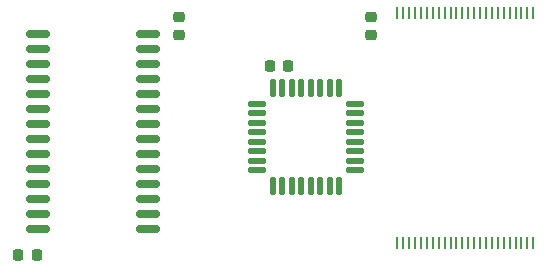
<source format=gbr>
%TF.GenerationSoftware,KiCad,Pcbnew,(6.0.2)*%
%TF.CreationDate,2022-03-22T22:46:16-04:00*%
%TF.ProjectId,MBC5_Short,4d424335-5f53-4686-9f72-742e6b696361,rev?*%
%TF.SameCoordinates,Original*%
%TF.FileFunction,Paste,Top*%
%TF.FilePolarity,Positive*%
%FSLAX46Y46*%
G04 Gerber Fmt 4.6, Leading zero omitted, Abs format (unit mm)*
G04 Created by KiCad (PCBNEW (6.0.2)) date 2022-03-22 22:46:16*
%MOMM*%
%LPD*%
G01*
G04 APERTURE LIST*
G04 Aperture macros list*
%AMRoundRect*
0 Rectangle with rounded corners*
0 $1 Rounding radius*
0 $2 $3 $4 $5 $6 $7 $8 $9 X,Y pos of 4 corners*
0 Add a 4 corners polygon primitive as box body*
4,1,4,$2,$3,$4,$5,$6,$7,$8,$9,$2,$3,0*
0 Add four circle primitives for the rounded corners*
1,1,$1+$1,$2,$3*
1,1,$1+$1,$4,$5*
1,1,$1+$1,$6,$7*
1,1,$1+$1,$8,$9*
0 Add four rect primitives between the rounded corners*
20,1,$1+$1,$2,$3,$4,$5,0*
20,1,$1+$1,$4,$5,$6,$7,0*
20,1,$1+$1,$6,$7,$8,$9,0*
20,1,$1+$1,$8,$9,$2,$3,0*%
G04 Aperture macros list end*
%ADD10R,0.250000X1.100000*%
%ADD11RoundRect,0.225000X-0.250000X0.225000X-0.250000X-0.225000X0.250000X-0.225000X0.250000X0.225000X0*%
%ADD12RoundRect,0.225000X-0.225000X-0.250000X0.225000X-0.250000X0.225000X0.250000X-0.225000X0.250000X0*%
%ADD13RoundRect,0.150000X-0.875000X-0.150000X0.875000X-0.150000X0.875000X0.150000X-0.875000X0.150000X0*%
%ADD14RoundRect,0.125000X0.125000X-0.625000X0.125000X0.625000X-0.125000X0.625000X-0.125000X-0.625000X0*%
%ADD15RoundRect,0.125000X0.625000X-0.125000X0.625000X0.125000X-0.625000X0.125000X-0.625000X-0.125000X0*%
G04 APERTURE END LIST*
D10*
%TO.C,U1*%
X158750000Y-107000000D03*
X159250000Y-107000000D03*
X159750000Y-107000000D03*
X160250000Y-107000000D03*
X160750000Y-107000000D03*
X161250000Y-107000000D03*
X161750000Y-107000000D03*
X162250000Y-107000000D03*
X162750000Y-107000000D03*
X163250000Y-107000000D03*
X163750000Y-107000000D03*
X164250000Y-107000000D03*
X164750000Y-107000000D03*
X165250000Y-107000000D03*
X165750000Y-107000000D03*
X166250000Y-107000000D03*
X166750000Y-107000000D03*
X167250000Y-107000000D03*
X167750000Y-107000000D03*
X168250000Y-107000000D03*
X168750000Y-107000000D03*
X169250000Y-107000000D03*
X169750000Y-107000000D03*
X170250000Y-107000000D03*
X170250000Y-87500000D03*
X169750000Y-87500000D03*
X169250000Y-87500000D03*
X168750000Y-87500000D03*
X168250000Y-87500000D03*
X167750000Y-87500000D03*
X167250000Y-87500000D03*
X166750000Y-87500000D03*
X166250000Y-87500000D03*
X165750000Y-87500000D03*
X165250000Y-87500000D03*
X164750000Y-87500000D03*
X164250000Y-87500000D03*
X163750000Y-87500000D03*
X163250000Y-87500000D03*
X162750000Y-87500000D03*
X162250000Y-87500000D03*
X161750000Y-87500000D03*
X161250000Y-87500000D03*
X160750000Y-87500000D03*
X160250000Y-87500000D03*
X159750000Y-87500000D03*
X159250000Y-87500000D03*
X158750000Y-87500000D03*
%TD*%
D11*
%TO.C,C3*%
X140250000Y-87825000D03*
X140250000Y-89375000D03*
%TD*%
D12*
%TO.C,C1*%
X126655000Y-108000000D03*
X128205000Y-108000000D03*
%TD*%
%TO.C,C2*%
X147935000Y-92020000D03*
X149485000Y-92020000D03*
%TD*%
D11*
%TO.C,C4*%
X156520000Y-87825000D03*
X156520000Y-89375000D03*
%TD*%
D13*
%TO.C,U3*%
X128350000Y-89245000D03*
X128350000Y-90515000D03*
X128350000Y-91785000D03*
X128350000Y-93055000D03*
X128350000Y-94325000D03*
X128350000Y-95595000D03*
X128350000Y-96865000D03*
X128350000Y-98135000D03*
X128350000Y-99405000D03*
X128350000Y-100675000D03*
X128350000Y-101945000D03*
X128350000Y-103215000D03*
X128350000Y-104485000D03*
X128350000Y-105755000D03*
X137650000Y-105755000D03*
X137650000Y-104485000D03*
X137650000Y-103215000D03*
X137650000Y-101945000D03*
X137650000Y-100675000D03*
X137650000Y-99405000D03*
X137650000Y-98135000D03*
X137650000Y-96865000D03*
X137650000Y-95595000D03*
X137650000Y-94325000D03*
X137650000Y-93055000D03*
X137650000Y-91785000D03*
X137650000Y-90515000D03*
X137650000Y-89245000D03*
%TD*%
D14*
%TO.C,U2*%
X148200000Y-102175000D03*
X149000000Y-102175000D03*
X149800000Y-102175000D03*
X150600000Y-102175000D03*
X151400000Y-102175000D03*
X152200000Y-102175000D03*
X153000000Y-102175000D03*
X153800000Y-102175000D03*
D15*
X155175000Y-100800000D03*
X155175000Y-100000000D03*
X155175000Y-99200000D03*
X155175000Y-98400000D03*
X155175000Y-97600000D03*
X155175000Y-96800000D03*
X155175000Y-96000000D03*
X155175000Y-95200000D03*
D14*
X153800000Y-93825000D03*
X153000000Y-93825000D03*
X152200000Y-93825000D03*
X151400000Y-93825000D03*
X150600000Y-93825000D03*
X149800000Y-93825000D03*
X149000000Y-93825000D03*
X148200000Y-93825000D03*
D15*
X146825000Y-95200000D03*
X146825000Y-96000000D03*
X146825000Y-96800000D03*
X146825000Y-97600000D03*
X146825000Y-98400000D03*
X146825000Y-99200000D03*
X146825000Y-100000000D03*
X146825000Y-100800000D03*
%TD*%
M02*

</source>
